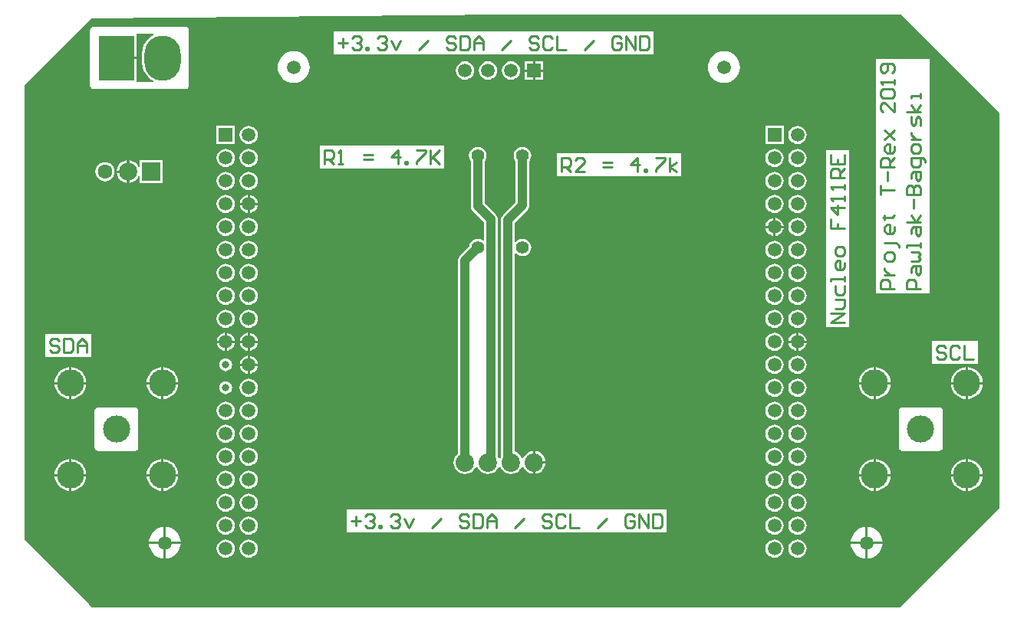
<source format=gtl>
G04 Layer_Physical_Order=1*
G04 Layer_Color=255*
%FSLAX42Y42*%
%MOMM*%
G71*
G01*
G75*
%ADD10C,1.00*%
%ADD11C,0.25*%
%ADD12C,2.03*%
%ADD13C,1.52*%
%ADD14C,1.40*%
%ADD15C,1.50*%
%ADD16R,1.50X1.50*%
%ADD17R,1.50X1.50*%
%ADD18C,0.80*%
%ADD19C,3.00*%
%ADD20O,4.00X5.00*%
%ADD21R,4.00X5.00*%
%ADD22C,1.60*%
%ADD23C,2.00*%
%ADD24R,2.00X2.00*%
G36*
X11571Y9010D02*
X12657Y7924D01*
Y3561D01*
X11558Y2463D01*
X2643D01*
X2617Y2488D01*
X1892Y3213D01*
Y8230D01*
X2634Y8971D01*
X7208Y9010D01*
X11571Y9010D01*
D02*
G37*
%LPC*%
G36*
X8838Y8826D02*
X5309D01*
Y8572D01*
X8838D01*
Y8826D01*
D02*
G37*
G36*
X7619Y8495D02*
X7531D01*
Y8407D01*
X7619D01*
Y8495D01*
D02*
G37*
G36*
X7506D02*
X7418D01*
Y8407D01*
X7506D01*
Y8495D01*
D02*
G37*
G36*
X7619Y8382D02*
X7531D01*
Y8294D01*
X7619D01*
Y8382D01*
D02*
G37*
G36*
X7506D02*
X7418D01*
Y8294D01*
X7506D01*
Y8382D01*
D02*
G37*
G36*
X7264Y8496D02*
X7238Y8493D01*
X7214Y8482D01*
X7193Y8466D01*
X7177Y8445D01*
X7167Y8421D01*
X7163Y8395D01*
X7167Y8368D01*
X7177Y8344D01*
X7193Y8323D01*
X7214Y8307D01*
X7238Y8297D01*
X7264Y8293D01*
X7291Y8297D01*
X7315Y8307D01*
X7336Y8323D01*
X7352Y8344D01*
X7362Y8368D01*
X7366Y8395D01*
X7362Y8421D01*
X7352Y8445D01*
X7336Y8466D01*
X7315Y8482D01*
X7291Y8493D01*
X7264Y8496D01*
D02*
G37*
G36*
X7010D02*
X6984Y8493D01*
X6960Y8482D01*
X6939Y8466D01*
X6923Y8445D01*
X6913Y8421D01*
X6909Y8395D01*
X6913Y8368D01*
X6923Y8344D01*
X6939Y8323D01*
X6960Y8307D01*
X6984Y8297D01*
X7010Y8293D01*
X7037Y8297D01*
X7061Y8307D01*
X7082Y8323D01*
X7098Y8344D01*
X7108Y8368D01*
X7112Y8395D01*
X7108Y8421D01*
X7098Y8445D01*
X7082Y8466D01*
X7061Y8482D01*
X7037Y8493D01*
X7010Y8496D01*
D02*
G37*
G36*
X6756D02*
X6730Y8493D01*
X6706Y8482D01*
X6685Y8466D01*
X6669Y8445D01*
X6659Y8421D01*
X6655Y8395D01*
X6659Y8368D01*
X6669Y8344D01*
X6685Y8323D01*
X6706Y8307D01*
X6730Y8297D01*
X6756Y8293D01*
X6783Y8297D01*
X6807Y8307D01*
X6828Y8323D01*
X6844Y8344D01*
X6854Y8368D01*
X6858Y8395D01*
X6854Y8421D01*
X6844Y8445D01*
X6828Y8466D01*
X6807Y8482D01*
X6783Y8493D01*
X6756Y8496D01*
D02*
G37*
G36*
X9614Y8609D02*
X9580Y8606D01*
X9546Y8596D01*
X9516Y8579D01*
X9489Y8557D01*
X9467Y8531D01*
X9451Y8500D01*
X9441Y8467D01*
X9438Y8433D01*
X9441Y8398D01*
X9451Y8365D01*
X9467Y8335D01*
X9489Y8308D01*
X9516Y8286D01*
X9546Y8270D01*
X9580Y8260D01*
X9614Y8257D01*
X9648Y8260D01*
X9681Y8270D01*
X9712Y8286D01*
X9739Y8308D01*
X9760Y8335D01*
X9777Y8365D01*
X9787Y8398D01*
X9790Y8433D01*
X9787Y8467D01*
X9777Y8500D01*
X9760Y8531D01*
X9739Y8557D01*
X9712Y8579D01*
X9681Y8596D01*
X9648Y8606D01*
X9614Y8609D01*
D02*
G37*
G36*
X4864D02*
X4830Y8606D01*
X4797Y8596D01*
X4766Y8579D01*
X4739Y8557D01*
X4718Y8531D01*
X4701Y8500D01*
X4691Y8467D01*
X4688Y8433D01*
X4691Y8398D01*
X4701Y8365D01*
X4718Y8335D01*
X4739Y8308D01*
X4766Y8286D01*
X4797Y8270D01*
X4830Y8260D01*
X4864Y8257D01*
X4898Y8260D01*
X4932Y8270D01*
X4962Y8286D01*
X4989Y8308D01*
X5011Y8335D01*
X5027Y8365D01*
X5037Y8398D01*
X5040Y8433D01*
X5037Y8467D01*
X5027Y8500D01*
X5011Y8531D01*
X4989Y8557D01*
X4962Y8579D01*
X4932Y8596D01*
X4898Y8606D01*
X4864Y8609D01*
D02*
G37*
G36*
X3670Y8878D02*
X2654D01*
X2639Y8875D01*
X2627Y8867D01*
X2618Y8854D01*
X2615Y8839D01*
Y8230D01*
X2618Y8215D01*
X2627Y8202D01*
X2639Y8194D01*
X2654Y8191D01*
X3670D01*
X3685Y8194D01*
X3698Y8202D01*
X3706Y8215D01*
X3709Y8230D01*
Y8839D01*
X3706Y8854D01*
X3698Y8867D01*
X3685Y8875D01*
X3670Y8878D01*
D02*
G37*
G36*
X10273Y7784D02*
X10072D01*
Y7583D01*
X10273D01*
Y7784D01*
D02*
G37*
G36*
X4215D02*
X4014D01*
Y7583D01*
X4215D01*
Y7784D01*
D02*
G37*
G36*
X10427Y7785D02*
X10400Y7781D01*
X10376Y7771D01*
X10355Y7755D01*
X10339Y7734D01*
X10329Y7710D01*
X10325Y7683D01*
X10329Y7657D01*
X10339Y7633D01*
X10355Y7612D01*
X10376Y7596D01*
X10400Y7586D01*
X10427Y7582D01*
X10453Y7586D01*
X10477Y7596D01*
X10498Y7612D01*
X10514Y7633D01*
X10525Y7657D01*
X10528Y7683D01*
X10525Y7710D01*
X10514Y7734D01*
X10498Y7755D01*
X10477Y7771D01*
X10453Y7781D01*
X10427Y7785D01*
D02*
G37*
G36*
X4369D02*
X4343Y7781D01*
X4318Y7771D01*
X4297Y7755D01*
X4281Y7734D01*
X4271Y7710D01*
X4268Y7683D01*
X4271Y7657D01*
X4281Y7633D01*
X4297Y7612D01*
X4318Y7596D01*
X4343Y7586D01*
X4369Y7582D01*
X4395Y7586D01*
X4419Y7596D01*
X4440Y7612D01*
X4456Y7633D01*
X4467Y7657D01*
X4470Y7683D01*
X4467Y7710D01*
X4456Y7734D01*
X4440Y7755D01*
X4419Y7771D01*
X4395Y7781D01*
X4369Y7785D01*
D02*
G37*
G36*
X3415Y7403D02*
X3164D01*
Y7331D01*
X3151Y7329D01*
X3146Y7340D01*
X3126Y7367D01*
X3100Y7387D01*
X3070Y7399D01*
X3050Y7402D01*
Y7277D01*
Y7152D01*
X3070Y7155D01*
X3100Y7168D01*
X3126Y7188D01*
X3146Y7214D01*
X3151Y7226D01*
X3164Y7223D01*
Y7152D01*
X3415D01*
Y7403D01*
D02*
G37*
G36*
X10427Y7531D02*
X10400Y7527D01*
X10376Y7517D01*
X10355Y7501D01*
X10339Y7480D01*
X10329Y7456D01*
X10325Y7429D01*
X10329Y7403D01*
X10339Y7379D01*
X10355Y7358D01*
X10376Y7342D01*
X10400Y7332D01*
X10427Y7328D01*
X10453Y7332D01*
X10477Y7342D01*
X10498Y7358D01*
X10514Y7379D01*
X10525Y7403D01*
X10528Y7429D01*
X10525Y7456D01*
X10514Y7480D01*
X10498Y7501D01*
X10477Y7517D01*
X10453Y7527D01*
X10427Y7531D01*
D02*
G37*
G36*
X10173D02*
X10146Y7527D01*
X10122Y7517D01*
X10101Y7501D01*
X10085Y7480D01*
X10075Y7456D01*
X10071Y7429D01*
X10075Y7403D01*
X10085Y7379D01*
X10101Y7358D01*
X10122Y7342D01*
X10146Y7332D01*
X10173Y7328D01*
X10199Y7332D01*
X10223Y7342D01*
X10244Y7358D01*
X10260Y7379D01*
X10271Y7403D01*
X10274Y7429D01*
X10271Y7456D01*
X10260Y7480D01*
X10244Y7501D01*
X10223Y7517D01*
X10199Y7527D01*
X10173Y7531D01*
D02*
G37*
G36*
X4369D02*
X4343Y7527D01*
X4318Y7517D01*
X4297Y7501D01*
X4281Y7480D01*
X4271Y7456D01*
X4268Y7429D01*
X4271Y7403D01*
X4281Y7379D01*
X4297Y7358D01*
X4318Y7342D01*
X4343Y7332D01*
X4369Y7328D01*
X4395Y7332D01*
X4419Y7342D01*
X4440Y7358D01*
X4456Y7379D01*
X4467Y7403D01*
X4470Y7429D01*
X4467Y7456D01*
X4456Y7480D01*
X4440Y7501D01*
X4419Y7517D01*
X4395Y7527D01*
X4369Y7531D01*
D02*
G37*
G36*
X4115D02*
X4089Y7527D01*
X4064Y7517D01*
X4043Y7501D01*
X4027Y7480D01*
X4017Y7456D01*
X4014Y7429D01*
X4017Y7403D01*
X4027Y7379D01*
X4043Y7358D01*
X4064Y7342D01*
X4089Y7332D01*
X4115Y7328D01*
X4141Y7332D01*
X4165Y7342D01*
X4186Y7358D01*
X4202Y7379D01*
X4213Y7403D01*
X4216Y7429D01*
X4213Y7456D01*
X4202Y7480D01*
X4186Y7501D01*
X4165Y7517D01*
X4141Y7527D01*
X4115Y7531D01*
D02*
G37*
G36*
X6527Y7569D02*
X5156D01*
Y7315D01*
X6527D01*
Y7569D01*
D02*
G37*
G36*
X3024Y7402D02*
X3004Y7399D01*
X2974Y7387D01*
X2947Y7367D01*
X2927Y7340D01*
X2915Y7310D01*
X2912Y7290D01*
X3024D01*
Y7402D01*
D02*
G37*
G36*
X9144Y7480D02*
X7772D01*
Y7226D01*
X9144D01*
Y7480D01*
D02*
G37*
G36*
X2782Y7383D02*
X2754Y7380D01*
X2729Y7369D01*
X2707Y7352D01*
X2690Y7330D01*
X2679Y7305D01*
X2675Y7277D01*
X2679Y7250D01*
X2690Y7224D01*
X2707Y7202D01*
X2729Y7185D01*
X2754Y7174D01*
X2782Y7171D01*
X2809Y7174D01*
X2835Y7185D01*
X2857Y7202D01*
X2874Y7224D01*
X2884Y7250D01*
X2888Y7277D01*
X2884Y7305D01*
X2874Y7330D01*
X2857Y7352D01*
X2835Y7369D01*
X2809Y7380D01*
X2782Y7383D01*
D02*
G37*
G36*
X3024Y7264D02*
X2912D01*
X2915Y7244D01*
X2927Y7214D01*
X2947Y7188D01*
X2974Y7168D01*
X3004Y7155D01*
X3024Y7152D01*
Y7264D01*
D02*
G37*
G36*
X10427Y7277D02*
X10400Y7273D01*
X10376Y7263D01*
X10355Y7247D01*
X10339Y7226D01*
X10329Y7202D01*
X10325Y7175D01*
X10329Y7149D01*
X10339Y7125D01*
X10355Y7104D01*
X10376Y7088D01*
X10400Y7078D01*
X10427Y7074D01*
X10453Y7078D01*
X10477Y7088D01*
X10498Y7104D01*
X10514Y7125D01*
X10525Y7149D01*
X10528Y7175D01*
X10525Y7202D01*
X10514Y7226D01*
X10498Y7247D01*
X10477Y7263D01*
X10453Y7273D01*
X10427Y7277D01*
D02*
G37*
G36*
X10173D02*
X10146Y7273D01*
X10122Y7263D01*
X10101Y7247D01*
X10085Y7226D01*
X10075Y7202D01*
X10071Y7175D01*
X10075Y7149D01*
X10085Y7125D01*
X10101Y7104D01*
X10122Y7088D01*
X10146Y7078D01*
X10173Y7074D01*
X10199Y7078D01*
X10223Y7088D01*
X10244Y7104D01*
X10260Y7125D01*
X10271Y7149D01*
X10274Y7175D01*
X10271Y7202D01*
X10260Y7226D01*
X10244Y7247D01*
X10223Y7263D01*
X10199Y7273D01*
X10173Y7277D01*
D02*
G37*
G36*
X4369D02*
X4343Y7273D01*
X4318Y7263D01*
X4297Y7247D01*
X4281Y7226D01*
X4271Y7202D01*
X4268Y7175D01*
X4271Y7149D01*
X4281Y7125D01*
X4297Y7104D01*
X4318Y7088D01*
X4343Y7078D01*
X4369Y7074D01*
X4395Y7078D01*
X4419Y7088D01*
X4440Y7104D01*
X4456Y7125D01*
X4467Y7149D01*
X4470Y7175D01*
X4467Y7202D01*
X4456Y7226D01*
X4440Y7247D01*
X4419Y7263D01*
X4395Y7273D01*
X4369Y7277D01*
D02*
G37*
G36*
X4115D02*
X4089Y7273D01*
X4064Y7263D01*
X4043Y7247D01*
X4027Y7226D01*
X4017Y7202D01*
X4014Y7175D01*
X4017Y7149D01*
X4027Y7125D01*
X4043Y7104D01*
X4064Y7088D01*
X4089Y7078D01*
X4115Y7074D01*
X4141Y7078D01*
X4165Y7088D01*
X4186Y7104D01*
X4202Y7125D01*
X4213Y7149D01*
X4216Y7175D01*
X4213Y7202D01*
X4202Y7226D01*
X4186Y7247D01*
X4165Y7263D01*
X4141Y7273D01*
X4115Y7277D01*
D02*
G37*
G36*
X4381Y7021D02*
Y6934D01*
X4468D01*
X4467Y6948D01*
X4456Y6972D01*
X4440Y6993D01*
X4419Y7009D01*
X4395Y7019D01*
X4381Y7021D01*
D02*
G37*
G36*
X4356D02*
X4343Y7019D01*
X4318Y7009D01*
X4297Y6993D01*
X4281Y6972D01*
X4271Y6948D01*
X4269Y6934D01*
X4356D01*
Y7021D01*
D02*
G37*
G36*
X4468Y6909D02*
X4381D01*
Y6822D01*
X4395Y6824D01*
X4419Y6834D01*
X4440Y6850D01*
X4456Y6871D01*
X4467Y6895D01*
X4468Y6909D01*
D02*
G37*
G36*
X4356D02*
X4269D01*
X4271Y6895D01*
X4281Y6871D01*
X4297Y6850D01*
X4318Y6834D01*
X4343Y6824D01*
X4356Y6822D01*
Y6909D01*
D02*
G37*
G36*
X10427Y7023D02*
X10400Y7019D01*
X10376Y7009D01*
X10355Y6993D01*
X10339Y6972D01*
X10329Y6948D01*
X10325Y6921D01*
X10329Y6895D01*
X10339Y6871D01*
X10355Y6850D01*
X10376Y6834D01*
X10400Y6824D01*
X10427Y6820D01*
X10453Y6824D01*
X10477Y6834D01*
X10498Y6850D01*
X10514Y6871D01*
X10525Y6895D01*
X10528Y6921D01*
X10525Y6948D01*
X10514Y6972D01*
X10498Y6993D01*
X10477Y7009D01*
X10453Y7019D01*
X10427Y7023D01*
D02*
G37*
G36*
X10173D02*
X10146Y7019D01*
X10122Y7009D01*
X10101Y6993D01*
X10085Y6972D01*
X10075Y6948D01*
X10071Y6921D01*
X10075Y6895D01*
X10085Y6871D01*
X10101Y6850D01*
X10122Y6834D01*
X10146Y6824D01*
X10173Y6820D01*
X10199Y6824D01*
X10223Y6834D01*
X10244Y6850D01*
X10260Y6871D01*
X10271Y6895D01*
X10274Y6921D01*
X10271Y6948D01*
X10260Y6972D01*
X10244Y6993D01*
X10223Y7009D01*
X10199Y7019D01*
X10173Y7023D01*
D02*
G37*
G36*
X4115D02*
X4089Y7019D01*
X4064Y7009D01*
X4043Y6993D01*
X4027Y6972D01*
X4017Y6948D01*
X4014Y6921D01*
X4017Y6895D01*
X4027Y6871D01*
X4043Y6850D01*
X4064Y6834D01*
X4089Y6824D01*
X4115Y6820D01*
X4141Y6824D01*
X4165Y6834D01*
X4186Y6850D01*
X4202Y6871D01*
X4213Y6895D01*
X4216Y6921D01*
X4213Y6948D01*
X4202Y6972D01*
X4186Y6993D01*
X4165Y7009D01*
X4141Y7019D01*
X4115Y7023D01*
D02*
G37*
G36*
X10185Y6767D02*
Y6680D01*
X10272D01*
X10271Y6694D01*
X10260Y6718D01*
X10244Y6739D01*
X10223Y6755D01*
X10199Y6765D01*
X10185Y6767D01*
D02*
G37*
G36*
X10160D02*
X10146Y6765D01*
X10122Y6755D01*
X10101Y6739D01*
X10085Y6718D01*
X10075Y6694D01*
X10073Y6680D01*
X10160D01*
Y6767D01*
D02*
G37*
G36*
X10272Y6655D02*
X10185D01*
Y6568D01*
X10199Y6570D01*
X10223Y6580D01*
X10244Y6596D01*
X10260Y6617D01*
X10271Y6641D01*
X10272Y6655D01*
D02*
G37*
G36*
X10160D02*
X10073D01*
X10075Y6641D01*
X10085Y6617D01*
X10101Y6596D01*
X10122Y6580D01*
X10146Y6570D01*
X10160Y6568D01*
Y6655D01*
D02*
G37*
G36*
X10427Y6769D02*
X10400Y6765D01*
X10376Y6755D01*
X10355Y6739D01*
X10339Y6718D01*
X10329Y6694D01*
X10325Y6668D01*
X10329Y6641D01*
X10339Y6617D01*
X10355Y6596D01*
X10376Y6580D01*
X10400Y6570D01*
X10427Y6566D01*
X10453Y6570D01*
X10477Y6580D01*
X10498Y6596D01*
X10514Y6617D01*
X10525Y6641D01*
X10528Y6668D01*
X10525Y6694D01*
X10514Y6718D01*
X10498Y6739D01*
X10477Y6755D01*
X10453Y6765D01*
X10427Y6769D01*
D02*
G37*
G36*
X4369D02*
X4343Y6765D01*
X4318Y6755D01*
X4297Y6739D01*
X4281Y6718D01*
X4271Y6694D01*
X4268Y6668D01*
X4271Y6641D01*
X4281Y6617D01*
X4297Y6596D01*
X4318Y6580D01*
X4343Y6570D01*
X4369Y6566D01*
X4395Y6570D01*
X4419Y6580D01*
X4440Y6596D01*
X4456Y6617D01*
X4467Y6641D01*
X4470Y6668D01*
X4467Y6694D01*
X4456Y6718D01*
X4440Y6739D01*
X4419Y6755D01*
X4395Y6765D01*
X4369Y6769D01*
D02*
G37*
G36*
X4115D02*
X4089Y6765D01*
X4064Y6755D01*
X4043Y6739D01*
X4027Y6718D01*
X4017Y6694D01*
X4014Y6668D01*
X4017Y6641D01*
X4027Y6617D01*
X4043Y6596D01*
X4064Y6580D01*
X4089Y6570D01*
X4115Y6566D01*
X4141Y6570D01*
X4165Y6580D01*
X4186Y6596D01*
X4202Y6617D01*
X4213Y6641D01*
X4216Y6668D01*
X4213Y6694D01*
X4202Y6718D01*
X4186Y6739D01*
X4165Y6755D01*
X4141Y6765D01*
X4115Y6769D01*
D02*
G37*
G36*
X10427Y6515D02*
X10400Y6511D01*
X10376Y6501D01*
X10355Y6485D01*
X10339Y6464D01*
X10329Y6440D01*
X10325Y6414D01*
X10329Y6387D01*
X10339Y6363D01*
X10355Y6342D01*
X10376Y6326D01*
X10400Y6316D01*
X10427Y6312D01*
X10453Y6316D01*
X10477Y6326D01*
X10498Y6342D01*
X10514Y6363D01*
X10525Y6387D01*
X10528Y6414D01*
X10525Y6440D01*
X10514Y6464D01*
X10498Y6485D01*
X10477Y6501D01*
X10453Y6511D01*
X10427Y6515D01*
D02*
G37*
G36*
X10173D02*
X10146Y6511D01*
X10122Y6501D01*
X10101Y6485D01*
X10085Y6464D01*
X10075Y6440D01*
X10071Y6414D01*
X10075Y6387D01*
X10085Y6363D01*
X10101Y6342D01*
X10122Y6326D01*
X10146Y6316D01*
X10173Y6312D01*
X10199Y6316D01*
X10223Y6326D01*
X10244Y6342D01*
X10260Y6363D01*
X10271Y6387D01*
X10274Y6414D01*
X10271Y6440D01*
X10260Y6464D01*
X10244Y6485D01*
X10223Y6501D01*
X10199Y6511D01*
X10173Y6515D01*
D02*
G37*
G36*
X4369D02*
X4343Y6511D01*
X4318Y6501D01*
X4297Y6485D01*
X4281Y6464D01*
X4271Y6440D01*
X4268Y6414D01*
X4271Y6387D01*
X4281Y6363D01*
X4297Y6342D01*
X4318Y6326D01*
X4343Y6316D01*
X4369Y6312D01*
X4395Y6316D01*
X4419Y6326D01*
X4440Y6342D01*
X4456Y6363D01*
X4467Y6387D01*
X4470Y6414D01*
X4467Y6440D01*
X4456Y6464D01*
X4440Y6485D01*
X4419Y6501D01*
X4395Y6511D01*
X4369Y6515D01*
D02*
G37*
G36*
X4115D02*
X4089Y6511D01*
X4064Y6501D01*
X4043Y6485D01*
X4027Y6464D01*
X4017Y6440D01*
X4014Y6414D01*
X4017Y6387D01*
X4027Y6363D01*
X4043Y6342D01*
X4064Y6326D01*
X4089Y6316D01*
X4115Y6312D01*
X4141Y6316D01*
X4165Y6326D01*
X4186Y6342D01*
X4202Y6363D01*
X4213Y6387D01*
X4216Y6414D01*
X4213Y6440D01*
X4202Y6464D01*
X4186Y6485D01*
X4165Y6501D01*
X4141Y6511D01*
X4115Y6515D01*
D02*
G37*
G36*
X10427Y6261D02*
X10400Y6257D01*
X10376Y6247D01*
X10355Y6231D01*
X10339Y6210D01*
X10329Y6186D01*
X10325Y6160D01*
X10329Y6133D01*
X10339Y6109D01*
X10355Y6088D01*
X10376Y6072D01*
X10400Y6062D01*
X10427Y6058D01*
X10453Y6062D01*
X10477Y6072D01*
X10498Y6088D01*
X10514Y6109D01*
X10525Y6133D01*
X10528Y6160D01*
X10525Y6186D01*
X10514Y6210D01*
X10498Y6231D01*
X10477Y6247D01*
X10453Y6257D01*
X10427Y6261D01*
D02*
G37*
G36*
X10173D02*
X10146Y6257D01*
X10122Y6247D01*
X10101Y6231D01*
X10085Y6210D01*
X10075Y6186D01*
X10071Y6160D01*
X10075Y6133D01*
X10085Y6109D01*
X10101Y6088D01*
X10122Y6072D01*
X10146Y6062D01*
X10173Y6058D01*
X10199Y6062D01*
X10223Y6072D01*
X10244Y6088D01*
X10260Y6109D01*
X10271Y6133D01*
X10274Y6160D01*
X10271Y6186D01*
X10260Y6210D01*
X10244Y6231D01*
X10223Y6247D01*
X10199Y6257D01*
X10173Y6261D01*
D02*
G37*
G36*
X4369D02*
X4343Y6257D01*
X4318Y6247D01*
X4297Y6231D01*
X4281Y6210D01*
X4271Y6186D01*
X4268Y6160D01*
X4271Y6133D01*
X4281Y6109D01*
X4297Y6088D01*
X4318Y6072D01*
X4343Y6062D01*
X4369Y6058D01*
X4395Y6062D01*
X4419Y6072D01*
X4440Y6088D01*
X4456Y6109D01*
X4467Y6133D01*
X4470Y6160D01*
X4467Y6186D01*
X4456Y6210D01*
X4440Y6231D01*
X4419Y6247D01*
X4395Y6257D01*
X4369Y6261D01*
D02*
G37*
G36*
X4115D02*
X4089Y6257D01*
X4064Y6247D01*
X4043Y6231D01*
X4027Y6210D01*
X4017Y6186D01*
X4014Y6160D01*
X4017Y6133D01*
X4027Y6109D01*
X4043Y6088D01*
X4064Y6072D01*
X4089Y6062D01*
X4115Y6058D01*
X4141Y6062D01*
X4165Y6072D01*
X4186Y6088D01*
X4202Y6109D01*
X4213Y6133D01*
X4216Y6160D01*
X4213Y6186D01*
X4202Y6210D01*
X4186Y6231D01*
X4165Y6247D01*
X4141Y6257D01*
X4115Y6261D01*
D02*
G37*
G36*
X11887Y8521D02*
X11288D01*
Y5931D01*
X11887D01*
Y8521D01*
D02*
G37*
G36*
X10427Y6007D02*
X10400Y6003D01*
X10376Y5993D01*
X10355Y5977D01*
X10339Y5956D01*
X10329Y5932D01*
X10325Y5906D01*
X10329Y5879D01*
X10339Y5855D01*
X10355Y5834D01*
X10376Y5818D01*
X10400Y5808D01*
X10427Y5804D01*
X10453Y5808D01*
X10477Y5818D01*
X10498Y5834D01*
X10514Y5855D01*
X10525Y5879D01*
X10528Y5906D01*
X10525Y5932D01*
X10514Y5956D01*
X10498Y5977D01*
X10477Y5993D01*
X10453Y6003D01*
X10427Y6007D01*
D02*
G37*
G36*
X10173D02*
X10146Y6003D01*
X10122Y5993D01*
X10101Y5977D01*
X10085Y5956D01*
X10075Y5932D01*
X10071Y5906D01*
X10075Y5879D01*
X10085Y5855D01*
X10101Y5834D01*
X10122Y5818D01*
X10146Y5808D01*
X10173Y5804D01*
X10199Y5808D01*
X10223Y5818D01*
X10244Y5834D01*
X10260Y5855D01*
X10271Y5879D01*
X10274Y5906D01*
X10271Y5932D01*
X10260Y5956D01*
X10244Y5977D01*
X10223Y5993D01*
X10199Y6003D01*
X10173Y6007D01*
D02*
G37*
G36*
X4369D02*
X4343Y6003D01*
X4318Y5993D01*
X4297Y5977D01*
X4281Y5956D01*
X4271Y5932D01*
X4268Y5906D01*
X4271Y5879D01*
X4281Y5855D01*
X4297Y5834D01*
X4318Y5818D01*
X4343Y5808D01*
X4369Y5804D01*
X4395Y5808D01*
X4419Y5818D01*
X4440Y5834D01*
X4456Y5855D01*
X4467Y5879D01*
X4470Y5906D01*
X4467Y5932D01*
X4456Y5956D01*
X4440Y5977D01*
X4419Y5993D01*
X4395Y6003D01*
X4369Y6007D01*
D02*
G37*
G36*
X4115D02*
X4089Y6003D01*
X4064Y5993D01*
X4043Y5977D01*
X4027Y5956D01*
X4017Y5932D01*
X4014Y5906D01*
X4017Y5879D01*
X4027Y5855D01*
X4043Y5834D01*
X4064Y5818D01*
X4089Y5808D01*
X4115Y5804D01*
X4141Y5808D01*
X4165Y5818D01*
X4186Y5834D01*
X4202Y5855D01*
X4213Y5879D01*
X4216Y5906D01*
X4213Y5932D01*
X4202Y5956D01*
X4186Y5977D01*
X4165Y5993D01*
X4141Y6003D01*
X4115Y6007D01*
D02*
G37*
G36*
X10998Y7518D02*
X10744D01*
Y5563D01*
X10998D01*
Y7518D01*
D02*
G37*
G36*
X10427Y5753D02*
X10400Y5749D01*
X10376Y5739D01*
X10355Y5723D01*
X10339Y5702D01*
X10329Y5678D01*
X10325Y5651D01*
X10329Y5625D01*
X10339Y5601D01*
X10355Y5580D01*
X10376Y5564D01*
X10400Y5554D01*
X10427Y5550D01*
X10453Y5554D01*
X10477Y5564D01*
X10498Y5580D01*
X10514Y5601D01*
X10525Y5625D01*
X10528Y5651D01*
X10525Y5678D01*
X10514Y5702D01*
X10498Y5723D01*
X10477Y5739D01*
X10453Y5749D01*
X10427Y5753D01*
D02*
G37*
G36*
X10173D02*
X10146Y5749D01*
X10122Y5739D01*
X10101Y5723D01*
X10085Y5702D01*
X10075Y5678D01*
X10071Y5651D01*
X10075Y5625D01*
X10085Y5601D01*
X10101Y5580D01*
X10122Y5564D01*
X10146Y5554D01*
X10173Y5550D01*
X10199Y5554D01*
X10223Y5564D01*
X10244Y5580D01*
X10260Y5601D01*
X10271Y5625D01*
X10274Y5651D01*
X10271Y5678D01*
X10260Y5702D01*
X10244Y5723D01*
X10223Y5739D01*
X10199Y5749D01*
X10173Y5753D01*
D02*
G37*
G36*
X4369D02*
X4343Y5749D01*
X4318Y5739D01*
X4297Y5723D01*
X4281Y5702D01*
X4271Y5678D01*
X4268Y5651D01*
X4271Y5625D01*
X4281Y5601D01*
X4297Y5580D01*
X4318Y5564D01*
X4343Y5554D01*
X4369Y5550D01*
X4395Y5554D01*
X4419Y5564D01*
X4440Y5580D01*
X4456Y5601D01*
X4467Y5625D01*
X4470Y5651D01*
X4467Y5678D01*
X4456Y5702D01*
X4440Y5723D01*
X4419Y5739D01*
X4395Y5749D01*
X4369Y5753D01*
D02*
G37*
G36*
X4115D02*
X4089Y5749D01*
X4064Y5739D01*
X4043Y5723D01*
X4027Y5702D01*
X4017Y5678D01*
X4014Y5651D01*
X4017Y5625D01*
X4027Y5601D01*
X4043Y5580D01*
X4064Y5564D01*
X4089Y5554D01*
X4115Y5550D01*
X4141Y5554D01*
X4165Y5564D01*
X4186Y5580D01*
X4202Y5601D01*
X4213Y5625D01*
X4216Y5651D01*
X4213Y5678D01*
X4202Y5702D01*
X4186Y5723D01*
X4165Y5739D01*
X4141Y5749D01*
X4115Y5753D01*
D02*
G37*
G36*
X4381Y5497D02*
Y5410D01*
X4468D01*
X4467Y5424D01*
X4456Y5448D01*
X4440Y5469D01*
X4419Y5485D01*
X4395Y5495D01*
X4381Y5497D01*
D02*
G37*
G36*
X10439D02*
Y5410D01*
X10526D01*
X10525Y5424D01*
X10514Y5448D01*
X10498Y5469D01*
X10477Y5485D01*
X10453Y5495D01*
X10439Y5497D01*
D02*
G37*
G36*
X4128D02*
Y5410D01*
X4214D01*
X4213Y5424D01*
X4202Y5448D01*
X4186Y5469D01*
X4165Y5485D01*
X4141Y5495D01*
X4128Y5497D01*
D02*
G37*
G36*
X4356D02*
X4343Y5495D01*
X4318Y5485D01*
X4297Y5469D01*
X4281Y5448D01*
X4271Y5424D01*
X4269Y5410D01*
X4356D01*
Y5497D01*
D02*
G37*
G36*
X10414D02*
X10400Y5495D01*
X10376Y5485D01*
X10355Y5469D01*
X10339Y5448D01*
X10329Y5424D01*
X10327Y5410D01*
X10414D01*
Y5497D01*
D02*
G37*
G36*
X4102D02*
X4089Y5495D01*
X4064Y5485D01*
X4043Y5469D01*
X4027Y5448D01*
X4017Y5424D01*
X4015Y5410D01*
X4102D01*
Y5497D01*
D02*
G37*
G36*
X10526Y5385D02*
X10439D01*
Y5298D01*
X10453Y5300D01*
X10477Y5310D01*
X10498Y5326D01*
X10514Y5347D01*
X10525Y5371D01*
X10526Y5385D01*
D02*
G37*
G36*
X4468D02*
X4381D01*
Y5298D01*
X4395Y5300D01*
X4419Y5310D01*
X4440Y5326D01*
X4456Y5347D01*
X4467Y5371D01*
X4468Y5385D01*
D02*
G37*
G36*
X4214D02*
X4128D01*
Y5298D01*
X4141Y5300D01*
X4165Y5310D01*
X4186Y5326D01*
X4202Y5347D01*
X4213Y5371D01*
X4214Y5385D01*
D02*
G37*
G36*
X10414D02*
X10327D01*
X10329Y5371D01*
X10339Y5347D01*
X10355Y5326D01*
X10376Y5310D01*
X10400Y5300D01*
X10414Y5298D01*
Y5385D01*
D02*
G37*
G36*
X4356D02*
X4269D01*
X4271Y5371D01*
X4281Y5347D01*
X4297Y5326D01*
X4318Y5310D01*
X4343Y5300D01*
X4356Y5298D01*
Y5385D01*
D02*
G37*
G36*
X4102D02*
X4015D01*
X4017Y5371D01*
X4027Y5347D01*
X4043Y5326D01*
X4064Y5310D01*
X4089Y5300D01*
X4102Y5298D01*
Y5385D01*
D02*
G37*
G36*
X10173Y5499D02*
X10146Y5495D01*
X10122Y5485D01*
X10101Y5469D01*
X10085Y5448D01*
X10075Y5424D01*
X10071Y5397D01*
X10075Y5371D01*
X10085Y5347D01*
X10101Y5326D01*
X10122Y5310D01*
X10146Y5300D01*
X10173Y5296D01*
X10199Y5300D01*
X10223Y5310D01*
X10244Y5326D01*
X10260Y5347D01*
X10271Y5371D01*
X10274Y5397D01*
X10271Y5424D01*
X10260Y5448D01*
X10244Y5469D01*
X10223Y5485D01*
X10199Y5495D01*
X10173Y5499D01*
D02*
G37*
G36*
X2629Y5486D02*
X2121D01*
Y5232D01*
X2629D01*
Y5486D01*
D02*
G37*
G36*
X4381Y5243D02*
Y5156D01*
X4468D01*
X4467Y5170D01*
X4456Y5194D01*
X4440Y5215D01*
X4419Y5231D01*
X4395Y5241D01*
X4381Y5243D01*
D02*
G37*
G36*
X12420Y5410D02*
X11913D01*
Y5156D01*
X12420D01*
Y5410D01*
D02*
G37*
G36*
X4356Y5243D02*
X4343Y5241D01*
X4318Y5231D01*
X4297Y5215D01*
X4281Y5194D01*
X4271Y5170D01*
X4269Y5156D01*
X4356D01*
Y5243D01*
D02*
G37*
G36*
X4115Y5215D02*
X4096Y5212D01*
X4079Y5205D01*
X4065Y5194D01*
X4053Y5179D01*
X4046Y5162D01*
X4044Y5144D01*
X4046Y5125D01*
X4053Y5108D01*
X4065Y5093D01*
X4079Y5082D01*
X4096Y5075D01*
X4115Y5072D01*
X4133Y5075D01*
X4150Y5082D01*
X4165Y5093D01*
X4176Y5108D01*
X4183Y5125D01*
X4186Y5144D01*
X4183Y5162D01*
X4176Y5179D01*
X4165Y5194D01*
X4150Y5205D01*
X4133Y5212D01*
X4115Y5215D01*
D02*
G37*
G36*
X4468Y5131D02*
X4381D01*
Y5044D01*
X4395Y5046D01*
X4419Y5056D01*
X4440Y5072D01*
X4456Y5093D01*
X4467Y5117D01*
X4468Y5131D01*
D02*
G37*
G36*
X4356D02*
X4269D01*
X4271Y5117D01*
X4281Y5093D01*
X4297Y5072D01*
X4318Y5056D01*
X4343Y5046D01*
X4356Y5044D01*
Y5131D01*
D02*
G37*
G36*
X10427Y5245D02*
X10400Y5241D01*
X10376Y5231D01*
X10355Y5215D01*
X10339Y5194D01*
X10329Y5170D01*
X10325Y5144D01*
X10329Y5117D01*
X10339Y5093D01*
X10355Y5072D01*
X10376Y5056D01*
X10400Y5046D01*
X10427Y5042D01*
X10453Y5046D01*
X10477Y5056D01*
X10498Y5072D01*
X10514Y5093D01*
X10525Y5117D01*
X10528Y5144D01*
X10525Y5170D01*
X10514Y5194D01*
X10498Y5215D01*
X10477Y5231D01*
X10453Y5241D01*
X10427Y5245D01*
D02*
G37*
G36*
X10173D02*
X10146Y5241D01*
X10122Y5231D01*
X10101Y5215D01*
X10085Y5194D01*
X10075Y5170D01*
X10071Y5144D01*
X10075Y5117D01*
X10085Y5093D01*
X10101Y5072D01*
X10122Y5056D01*
X10146Y5046D01*
X10173Y5042D01*
X10199Y5046D01*
X10223Y5056D01*
X10244Y5072D01*
X10260Y5093D01*
X10271Y5117D01*
X10274Y5144D01*
X10271Y5170D01*
X10260Y5194D01*
X10244Y5215D01*
X10223Y5231D01*
X10199Y5241D01*
X10173Y5245D01*
D02*
G37*
G36*
X12306Y5115D02*
Y4953D01*
X12469D01*
X12466Y4975D01*
X12456Y5008D01*
X12440Y5038D01*
X12418Y5065D01*
X12392Y5087D01*
X12361Y5103D01*
X12328Y5113D01*
X12306Y5115D01*
D02*
G37*
G36*
X11290D02*
Y4953D01*
X11453D01*
X11450Y4975D01*
X11440Y5008D01*
X11424Y5038D01*
X11402Y5065D01*
X11376Y5087D01*
X11345Y5103D01*
X11312Y5113D01*
X11290Y5115D01*
D02*
G37*
G36*
X3429D02*
Y4953D01*
X3591D01*
X3589Y4975D01*
X3579Y5008D01*
X3563Y5038D01*
X3541Y5065D01*
X3514Y5087D01*
X3484Y5103D01*
X3451Y5113D01*
X3429Y5115D01*
D02*
G37*
G36*
X2413D02*
Y4953D01*
X2575D01*
X2573Y4975D01*
X2563Y5008D01*
X2547Y5038D01*
X2525Y5065D01*
X2498Y5087D01*
X2468Y5103D01*
X2435Y5113D01*
X2413Y5115D01*
D02*
G37*
G36*
X3404D02*
X3382Y5113D01*
X3349Y5103D01*
X3318Y5087D01*
X3292Y5065D01*
X3270Y5038D01*
X3253Y5008D01*
X3243Y4975D01*
X3241Y4953D01*
X3404D01*
Y5115D01*
D02*
G37*
G36*
X2388D02*
X2366Y5113D01*
X2333Y5103D01*
X2302Y5087D01*
X2276Y5065D01*
X2254Y5038D01*
X2237Y5008D01*
X2227Y4975D01*
X2225Y4953D01*
X2388D01*
Y5115D01*
D02*
G37*
G36*
X12281D02*
X12259Y5113D01*
X12226Y5103D01*
X12196Y5087D01*
X12169Y5065D01*
X12147Y5038D01*
X12131Y5008D01*
X12121Y4975D01*
X12119Y4953D01*
X12281D01*
Y5115D01*
D02*
G37*
G36*
X11265D02*
X11243Y5113D01*
X11210Y5103D01*
X11180Y5087D01*
X11153Y5065D01*
X11131Y5038D01*
X11115Y5008D01*
X11105Y4975D01*
X11103Y4953D01*
X11265D01*
Y5115D01*
D02*
G37*
G36*
X4115Y4961D02*
X4096Y4958D01*
X4079Y4951D01*
X4065Y4940D01*
X4053Y4925D01*
X4046Y4908D01*
X4044Y4890D01*
X4046Y4871D01*
X4053Y4854D01*
X4065Y4839D01*
X4079Y4828D01*
X4096Y4821D01*
X4115Y4818D01*
X4133Y4821D01*
X4150Y4828D01*
X4165Y4839D01*
X4176Y4854D01*
X4183Y4871D01*
X4186Y4890D01*
X4183Y4908D01*
X4176Y4925D01*
X4165Y4940D01*
X4150Y4951D01*
X4133Y4958D01*
X4115Y4961D01*
D02*
G37*
G36*
X10427Y4991D02*
X10400Y4987D01*
X10376Y4977D01*
X10355Y4961D01*
X10339Y4940D01*
X10329Y4916D01*
X10325Y4890D01*
X10329Y4863D01*
X10339Y4839D01*
X10355Y4818D01*
X10376Y4802D01*
X10400Y4792D01*
X10427Y4788D01*
X10453Y4792D01*
X10477Y4802D01*
X10498Y4818D01*
X10514Y4839D01*
X10525Y4863D01*
X10528Y4890D01*
X10525Y4916D01*
X10514Y4940D01*
X10498Y4961D01*
X10477Y4977D01*
X10453Y4987D01*
X10427Y4991D01*
D02*
G37*
G36*
X10173D02*
X10146Y4987D01*
X10122Y4977D01*
X10101Y4961D01*
X10085Y4940D01*
X10075Y4916D01*
X10071Y4890D01*
X10075Y4863D01*
X10085Y4839D01*
X10101Y4818D01*
X10122Y4802D01*
X10146Y4792D01*
X10173Y4788D01*
X10199Y4792D01*
X10223Y4802D01*
X10244Y4818D01*
X10260Y4839D01*
X10271Y4863D01*
X10274Y4890D01*
X10271Y4916D01*
X10260Y4940D01*
X10244Y4961D01*
X10223Y4977D01*
X10199Y4987D01*
X10173Y4991D01*
D02*
G37*
G36*
X4369D02*
X4343Y4987D01*
X4318Y4977D01*
X4297Y4961D01*
X4281Y4940D01*
X4271Y4916D01*
X4268Y4890D01*
X4271Y4863D01*
X4281Y4839D01*
X4297Y4818D01*
X4318Y4802D01*
X4343Y4792D01*
X4369Y4788D01*
X4395Y4792D01*
X4419Y4802D01*
X4440Y4818D01*
X4456Y4839D01*
X4467Y4863D01*
X4470Y4890D01*
X4467Y4916D01*
X4456Y4940D01*
X4440Y4961D01*
X4419Y4977D01*
X4395Y4987D01*
X4369Y4991D01*
D02*
G37*
G36*
X12469Y4928D02*
X12306D01*
Y4765D01*
X12328Y4767D01*
X12361Y4777D01*
X12392Y4794D01*
X12418Y4816D01*
X12440Y4842D01*
X12456Y4873D01*
X12466Y4906D01*
X12469Y4928D01*
D02*
G37*
G36*
X11453D02*
X11290D01*
Y4765D01*
X11312Y4767D01*
X11345Y4777D01*
X11376Y4794D01*
X11402Y4816D01*
X11424Y4842D01*
X11440Y4873D01*
X11450Y4906D01*
X11453Y4928D01*
D02*
G37*
G36*
X3591D02*
X3429D01*
Y4765D01*
X3451Y4767D01*
X3484Y4777D01*
X3514Y4794D01*
X3541Y4816D01*
X3563Y4842D01*
X3579Y4873D01*
X3589Y4906D01*
X3591Y4928D01*
D02*
G37*
G36*
X2575D02*
X2413D01*
Y4765D01*
X2435Y4767D01*
X2468Y4777D01*
X2498Y4794D01*
X2525Y4816D01*
X2547Y4842D01*
X2563Y4873D01*
X2573Y4906D01*
X2575Y4928D01*
D02*
G37*
G36*
X3404D02*
X3241D01*
X3243Y4906D01*
X3253Y4873D01*
X3270Y4842D01*
X3292Y4816D01*
X3318Y4794D01*
X3349Y4777D01*
X3382Y4767D01*
X3404Y4765D01*
Y4928D01*
D02*
G37*
G36*
X2388D02*
X2225D01*
X2227Y4906D01*
X2237Y4873D01*
X2254Y4842D01*
X2276Y4816D01*
X2302Y4794D01*
X2333Y4777D01*
X2366Y4767D01*
X2388Y4765D01*
Y4928D01*
D02*
G37*
G36*
X12281D02*
X12119D01*
X12121Y4906D01*
X12131Y4873D01*
X12147Y4842D01*
X12169Y4816D01*
X12196Y4794D01*
X12226Y4777D01*
X12259Y4767D01*
X12281Y4765D01*
Y4928D01*
D02*
G37*
G36*
X11265D02*
X11103D01*
X11105Y4906D01*
X11115Y4873D01*
X11131Y4842D01*
X11153Y4816D01*
X11180Y4794D01*
X11210Y4777D01*
X11243Y4767D01*
X11265Y4765D01*
Y4928D01*
D02*
G37*
G36*
X10427Y4737D02*
X10400Y4733D01*
X10376Y4723D01*
X10355Y4707D01*
X10339Y4686D01*
X10329Y4662D01*
X10325Y4635D01*
X10329Y4609D01*
X10339Y4585D01*
X10355Y4564D01*
X10376Y4548D01*
X10400Y4538D01*
X10427Y4534D01*
X10453Y4538D01*
X10477Y4548D01*
X10498Y4564D01*
X10514Y4585D01*
X10525Y4609D01*
X10528Y4635D01*
X10525Y4662D01*
X10514Y4686D01*
X10498Y4707D01*
X10477Y4723D01*
X10453Y4733D01*
X10427Y4737D01*
D02*
G37*
G36*
X10173D02*
X10146Y4733D01*
X10122Y4723D01*
X10101Y4707D01*
X10085Y4686D01*
X10075Y4662D01*
X10071Y4635D01*
X10075Y4609D01*
X10085Y4585D01*
X10101Y4564D01*
X10122Y4548D01*
X10146Y4538D01*
X10173Y4534D01*
X10199Y4538D01*
X10223Y4548D01*
X10244Y4564D01*
X10260Y4585D01*
X10271Y4609D01*
X10274Y4635D01*
X10271Y4662D01*
X10260Y4686D01*
X10244Y4707D01*
X10223Y4723D01*
X10199Y4733D01*
X10173Y4737D01*
D02*
G37*
G36*
X4369D02*
X4343Y4733D01*
X4318Y4723D01*
X4297Y4707D01*
X4281Y4686D01*
X4271Y4662D01*
X4268Y4635D01*
X4271Y4609D01*
X4281Y4585D01*
X4297Y4564D01*
X4318Y4548D01*
X4343Y4538D01*
X4369Y4534D01*
X4395Y4538D01*
X4419Y4548D01*
X4440Y4564D01*
X4456Y4585D01*
X4467Y4609D01*
X4470Y4635D01*
X4467Y4662D01*
X4456Y4686D01*
X4440Y4707D01*
X4419Y4723D01*
X4395Y4733D01*
X4369Y4737D01*
D02*
G37*
G36*
X4115D02*
X4089Y4733D01*
X4064Y4723D01*
X4043Y4707D01*
X4027Y4686D01*
X4017Y4662D01*
X4014Y4635D01*
X4017Y4609D01*
X4027Y4585D01*
X4043Y4564D01*
X4064Y4548D01*
X4089Y4538D01*
X4115Y4534D01*
X4141Y4538D01*
X4165Y4548D01*
X4186Y4564D01*
X4202Y4585D01*
X4213Y4609D01*
X4216Y4635D01*
X4213Y4662D01*
X4202Y4686D01*
X4186Y4707D01*
X4165Y4723D01*
X4141Y4733D01*
X4115Y4737D01*
D02*
G37*
G36*
X10427Y4483D02*
X10400Y4479D01*
X10376Y4469D01*
X10355Y4453D01*
X10339Y4432D01*
X10329Y4408D01*
X10325Y4381D01*
X10329Y4355D01*
X10339Y4331D01*
X10355Y4310D01*
X10376Y4294D01*
X10400Y4284D01*
X10427Y4280D01*
X10453Y4284D01*
X10477Y4294D01*
X10498Y4310D01*
X10514Y4331D01*
X10525Y4355D01*
X10528Y4381D01*
X10525Y4408D01*
X10514Y4432D01*
X10498Y4453D01*
X10477Y4469D01*
X10453Y4479D01*
X10427Y4483D01*
D02*
G37*
G36*
X10173D02*
X10146Y4479D01*
X10122Y4469D01*
X10101Y4453D01*
X10085Y4432D01*
X10075Y4408D01*
X10071Y4381D01*
X10075Y4355D01*
X10085Y4331D01*
X10101Y4310D01*
X10122Y4294D01*
X10146Y4284D01*
X10173Y4280D01*
X10199Y4284D01*
X10223Y4294D01*
X10244Y4310D01*
X10260Y4331D01*
X10271Y4355D01*
X10274Y4381D01*
X10271Y4408D01*
X10260Y4432D01*
X10244Y4453D01*
X10223Y4469D01*
X10199Y4479D01*
X10173Y4483D01*
D02*
G37*
G36*
X4369D02*
X4343Y4479D01*
X4318Y4469D01*
X4297Y4453D01*
X4281Y4432D01*
X4271Y4408D01*
X4268Y4381D01*
X4271Y4355D01*
X4281Y4331D01*
X4297Y4310D01*
X4318Y4294D01*
X4343Y4284D01*
X4369Y4280D01*
X4395Y4284D01*
X4419Y4294D01*
X4440Y4310D01*
X4456Y4331D01*
X4467Y4355D01*
X4470Y4381D01*
X4467Y4408D01*
X4456Y4432D01*
X4440Y4453D01*
X4419Y4469D01*
X4395Y4479D01*
X4369Y4483D01*
D02*
G37*
G36*
X4115D02*
X4089Y4479D01*
X4064Y4469D01*
X4043Y4453D01*
X4027Y4432D01*
X4017Y4408D01*
X4014Y4381D01*
X4017Y4355D01*
X4027Y4331D01*
X4043Y4310D01*
X4064Y4294D01*
X4089Y4284D01*
X4115Y4280D01*
X4141Y4284D01*
X4165Y4294D01*
X4186Y4310D01*
X4202Y4331D01*
X4213Y4355D01*
X4216Y4381D01*
X4213Y4408D01*
X4202Y4432D01*
X4186Y4453D01*
X4165Y4469D01*
X4141Y4479D01*
X4115Y4483D01*
D02*
G37*
G36*
X11786Y4675D02*
X11781Y4674D01*
X11582D01*
X11568Y4671D01*
X11555Y4663D01*
X11547Y4650D01*
X11544Y4635D01*
Y4437D01*
X11543Y4432D01*
X11544Y4428D01*
Y4229D01*
X11547Y4214D01*
X11555Y4202D01*
X11568Y4193D01*
X11582Y4190D01*
X11781D01*
X11786Y4190D01*
X11790Y4190D01*
X11989D01*
X12004Y4193D01*
X12016Y4202D01*
X12025Y4214D01*
X12028Y4229D01*
Y4428D01*
X12028Y4432D01*
X12028Y4437D01*
Y4635D01*
X12025Y4650D01*
X12016Y4663D01*
X12004Y4671D01*
X11989Y4674D01*
X11790D01*
X11786Y4675D01*
D02*
G37*
G36*
X2908D02*
X2904Y4674D01*
X2705D01*
X2690Y4671D01*
X2678Y4663D01*
X2669Y4650D01*
X2666Y4635D01*
Y4437D01*
X2666Y4432D01*
X2666Y4428D01*
Y4229D01*
X2669Y4214D01*
X2678Y4202D01*
X2690Y4193D01*
X2705Y4190D01*
X2904D01*
X2908Y4190D01*
X2913Y4190D01*
X3111D01*
X3126Y4193D01*
X3139Y4202D01*
X3147Y4214D01*
X3150Y4229D01*
Y4428D01*
X3151Y4432D01*
X3150Y4437D01*
Y4635D01*
X3147Y4650D01*
X3139Y4663D01*
X3126Y4671D01*
X3111Y4674D01*
X2913D01*
X2908Y4675D01*
D02*
G37*
G36*
X7391Y7551D02*
X7366Y7548D01*
X7343Y7538D01*
X7323Y7523D01*
X7308Y7503D01*
X7298Y7480D01*
X7295Y7455D01*
X7298Y7430D01*
X7308Y7407D01*
X7315Y7397D01*
Y6940D01*
X7173Y6797D01*
X7160Y6782D01*
X7153Y6763D01*
X7150Y6744D01*
Y4120D01*
X7144Y4106D01*
X7131D01*
X7121Y4128D01*
X7118Y4133D01*
Y4759D01*
Y6087D01*
Y6751D01*
X7115Y6770D01*
X7111Y6781D01*
X7107Y6789D01*
X7095Y6804D01*
X6972Y6928D01*
Y7397D01*
X6979Y7407D01*
X6989Y7430D01*
X6992Y7455D01*
X6989Y7480D01*
X6979Y7503D01*
X6964Y7523D01*
X6944Y7538D01*
X6921Y7548D01*
X6896Y7551D01*
X6871Y7548D01*
X6848Y7538D01*
X6828Y7523D01*
X6813Y7503D01*
X6803Y7480D01*
X6800Y7455D01*
X6803Y7430D01*
X6813Y7407D01*
X6820Y7397D01*
Y6896D01*
X6823Y6876D01*
X6830Y6858D01*
X6842Y6842D01*
X6965Y6719D01*
Y6522D01*
X6953Y6516D01*
X6944Y6522D01*
X6921Y6532D01*
X6896Y6535D01*
X6871Y6532D01*
X6848Y6522D01*
X6828Y6507D01*
X6813Y6487D01*
X6803Y6464D01*
X6802Y6452D01*
X6703Y6353D01*
X6691Y6337D01*
X6683Y6319D01*
X6680Y6299D01*
Y4166D01*
X6666Y4155D01*
X6645Y4128D01*
X6633Y4097D01*
X6628Y4064D01*
X6633Y4031D01*
X6645Y4000D01*
X6666Y3973D01*
X6692Y3953D01*
X6723Y3940D01*
X6756Y3936D01*
X6790Y3940D01*
X6820Y3953D01*
X6847Y3973D01*
X6867Y4000D01*
X6877Y4022D01*
X6890D01*
X6899Y4000D01*
X6920Y3973D01*
X6946Y3953D01*
X6977Y3940D01*
X7010Y3936D01*
X7044Y3940D01*
X7074Y3953D01*
X7101Y3973D01*
X7121Y4000D01*
X7131Y4022D01*
X7144D01*
X7153Y4000D01*
X7174Y3973D01*
X7200Y3953D01*
X7231Y3940D01*
X7264Y3936D01*
X7298Y3940D01*
X7328Y3953D01*
X7355Y3973D01*
X7375Y4000D01*
X7385Y4022D01*
X7398D01*
X7407Y4000D01*
X7428Y3973D01*
X7454Y3953D01*
X7485Y3940D01*
X7506Y3938D01*
Y4064D01*
Y4190D01*
X7485Y4188D01*
X7454Y4175D01*
X7428Y4155D01*
X7407Y4128D01*
X7398Y4106D01*
X7385D01*
X7375Y4128D01*
X7355Y4155D01*
X7328Y4175D01*
X7302Y4186D01*
Y6377D01*
X7315Y6382D01*
X7323Y6371D01*
X7343Y6356D01*
X7366Y6346D01*
X7391Y6343D01*
X7416Y6346D01*
X7440Y6356D01*
X7459Y6371D01*
X7475Y6391D01*
X7484Y6414D01*
X7488Y6439D01*
X7484Y6464D01*
X7475Y6487D01*
X7459Y6507D01*
X7440Y6522D01*
X7416Y6532D01*
X7391Y6535D01*
X7366Y6532D01*
X7343Y6522D01*
X7323Y6507D01*
X7315Y6496D01*
X7302Y6500D01*
Y6712D01*
X7445Y6855D01*
X7457Y6871D01*
X7465Y6889D01*
X7467Y6909D01*
Y7397D01*
X7475Y7407D01*
X7484Y7430D01*
X7488Y7455D01*
X7484Y7480D01*
X7475Y7503D01*
X7459Y7523D01*
X7440Y7538D01*
X7416Y7548D01*
X7391Y7551D01*
D02*
G37*
G36*
X7531Y4190D02*
Y4077D01*
X7645D01*
X7642Y4097D01*
X7629Y4128D01*
X7609Y4155D01*
X7582Y4175D01*
X7552Y4188D01*
X7531Y4190D01*
D02*
G37*
G36*
X10427Y4229D02*
X10400Y4225D01*
X10376Y4215D01*
X10355Y4199D01*
X10339Y4178D01*
X10329Y4154D01*
X10325Y4128D01*
X10329Y4101D01*
X10339Y4077D01*
X10355Y4056D01*
X10376Y4040D01*
X10400Y4030D01*
X10427Y4026D01*
X10453Y4030D01*
X10477Y4040D01*
X10498Y4056D01*
X10514Y4077D01*
X10525Y4101D01*
X10528Y4128D01*
X10525Y4154D01*
X10514Y4178D01*
X10498Y4199D01*
X10477Y4215D01*
X10453Y4225D01*
X10427Y4229D01*
D02*
G37*
G36*
X10173D02*
X10146Y4225D01*
X10122Y4215D01*
X10101Y4199D01*
X10085Y4178D01*
X10075Y4154D01*
X10071Y4128D01*
X10075Y4101D01*
X10085Y4077D01*
X10101Y4056D01*
X10122Y4040D01*
X10146Y4030D01*
X10173Y4026D01*
X10199Y4030D01*
X10223Y4040D01*
X10244Y4056D01*
X10260Y4077D01*
X10271Y4101D01*
X10274Y4128D01*
X10271Y4154D01*
X10260Y4178D01*
X10244Y4199D01*
X10223Y4215D01*
X10199Y4225D01*
X10173Y4229D01*
D02*
G37*
G36*
X4369D02*
X4343Y4225D01*
X4318Y4215D01*
X4297Y4199D01*
X4281Y4178D01*
X4271Y4154D01*
X4268Y4128D01*
X4271Y4101D01*
X4281Y4077D01*
X4297Y4056D01*
X4318Y4040D01*
X4343Y4030D01*
X4369Y4026D01*
X4395Y4030D01*
X4419Y4040D01*
X4440Y4056D01*
X4456Y4077D01*
X4467Y4101D01*
X4470Y4128D01*
X4467Y4154D01*
X4456Y4178D01*
X4440Y4199D01*
X4419Y4215D01*
X4395Y4225D01*
X4369Y4229D01*
D02*
G37*
G36*
X4115D02*
X4089Y4225D01*
X4064Y4215D01*
X4043Y4199D01*
X4027Y4178D01*
X4017Y4154D01*
X4014Y4128D01*
X4017Y4101D01*
X4027Y4077D01*
X4043Y4056D01*
X4064Y4040D01*
X4089Y4030D01*
X4115Y4026D01*
X4141Y4030D01*
X4165Y4040D01*
X4186Y4056D01*
X4202Y4077D01*
X4213Y4101D01*
X4216Y4128D01*
X4213Y4154D01*
X4202Y4178D01*
X4186Y4199D01*
X4165Y4215D01*
X4141Y4225D01*
X4115Y4229D01*
D02*
G37*
G36*
X7645Y4051D02*
X7531D01*
Y3938D01*
X7552Y3940D01*
X7582Y3953D01*
X7609Y3973D01*
X7629Y4000D01*
X7642Y4031D01*
X7645Y4051D01*
D02*
G37*
G36*
X12306Y4099D02*
Y3937D01*
X12469D01*
X12466Y3959D01*
X12456Y3992D01*
X12440Y4022D01*
X12418Y4049D01*
X12392Y4071D01*
X12361Y4087D01*
X12328Y4097D01*
X12306Y4099D01*
D02*
G37*
G36*
X11290D02*
Y3937D01*
X11453D01*
X11450Y3959D01*
X11440Y3992D01*
X11424Y4022D01*
X11402Y4049D01*
X11376Y4071D01*
X11345Y4087D01*
X11312Y4097D01*
X11290Y4099D01*
D02*
G37*
G36*
X3429D02*
Y3937D01*
X3591D01*
X3589Y3959D01*
X3579Y3992D01*
X3563Y4022D01*
X3541Y4049D01*
X3514Y4071D01*
X3484Y4087D01*
X3451Y4097D01*
X3429Y4099D01*
D02*
G37*
G36*
X2413D02*
Y3937D01*
X2575D01*
X2573Y3959D01*
X2563Y3992D01*
X2547Y4022D01*
X2525Y4049D01*
X2498Y4071D01*
X2468Y4087D01*
X2435Y4097D01*
X2413Y4099D01*
D02*
G37*
G36*
X3404D02*
X3382Y4097D01*
X3349Y4087D01*
X3318Y4071D01*
X3292Y4049D01*
X3270Y4022D01*
X3253Y3992D01*
X3243Y3959D01*
X3241Y3937D01*
X3404D01*
Y4099D01*
D02*
G37*
G36*
X2388D02*
X2366Y4097D01*
X2333Y4087D01*
X2302Y4071D01*
X2276Y4049D01*
X2254Y4022D01*
X2237Y3992D01*
X2227Y3959D01*
X2225Y3937D01*
X2388D01*
Y4099D01*
D02*
G37*
G36*
X12281D02*
X12259Y4097D01*
X12226Y4087D01*
X12196Y4071D01*
X12169Y4049D01*
X12147Y4022D01*
X12131Y3992D01*
X12121Y3959D01*
X12119Y3937D01*
X12281D01*
Y4099D01*
D02*
G37*
G36*
X11265D02*
X11243Y4097D01*
X11210Y4087D01*
X11180Y4071D01*
X11153Y4049D01*
X11131Y4022D01*
X11115Y3992D01*
X11105Y3959D01*
X11103Y3937D01*
X11265D01*
Y4099D01*
D02*
G37*
G36*
X10427Y3975D02*
X10400Y3971D01*
X10376Y3961D01*
X10355Y3945D01*
X10339Y3924D01*
X10329Y3900D01*
X10325Y3874D01*
X10329Y3847D01*
X10339Y3823D01*
X10355Y3802D01*
X10376Y3786D01*
X10400Y3776D01*
X10427Y3772D01*
X10453Y3776D01*
X10477Y3786D01*
X10498Y3802D01*
X10514Y3823D01*
X10525Y3847D01*
X10528Y3874D01*
X10525Y3900D01*
X10514Y3924D01*
X10498Y3945D01*
X10477Y3961D01*
X10453Y3971D01*
X10427Y3975D01*
D02*
G37*
G36*
X10173D02*
X10146Y3971D01*
X10122Y3961D01*
X10101Y3945D01*
X10085Y3924D01*
X10075Y3900D01*
X10071Y3874D01*
X10075Y3847D01*
X10085Y3823D01*
X10101Y3802D01*
X10122Y3786D01*
X10146Y3776D01*
X10173Y3772D01*
X10199Y3776D01*
X10223Y3786D01*
X10244Y3802D01*
X10260Y3823D01*
X10271Y3847D01*
X10274Y3874D01*
X10271Y3900D01*
X10260Y3924D01*
X10244Y3945D01*
X10223Y3961D01*
X10199Y3971D01*
X10173Y3975D01*
D02*
G37*
G36*
X4369D02*
X4343Y3971D01*
X4318Y3961D01*
X4297Y3945D01*
X4281Y3924D01*
X4271Y3900D01*
X4268Y3874D01*
X4271Y3847D01*
X4281Y3823D01*
X4297Y3802D01*
X4318Y3786D01*
X4343Y3776D01*
X4369Y3772D01*
X4395Y3776D01*
X4419Y3786D01*
X4440Y3802D01*
X4456Y3823D01*
X4467Y3847D01*
X4470Y3874D01*
X4467Y3900D01*
X4456Y3924D01*
X4440Y3945D01*
X4419Y3961D01*
X4395Y3971D01*
X4369Y3975D01*
D02*
G37*
G36*
X4115D02*
X4089Y3971D01*
X4064Y3961D01*
X4043Y3945D01*
X4027Y3924D01*
X4017Y3900D01*
X4014Y3874D01*
X4017Y3847D01*
X4027Y3823D01*
X4043Y3802D01*
X4064Y3786D01*
X4089Y3776D01*
X4115Y3772D01*
X4141Y3776D01*
X4165Y3786D01*
X4186Y3802D01*
X4202Y3823D01*
X4213Y3847D01*
X4216Y3874D01*
X4213Y3900D01*
X4202Y3924D01*
X4186Y3945D01*
X4165Y3961D01*
X4141Y3971D01*
X4115Y3975D01*
D02*
G37*
G36*
X12469Y3912D02*
X12306D01*
Y3749D01*
X12328Y3751D01*
X12361Y3761D01*
X12392Y3778D01*
X12418Y3800D01*
X12440Y3826D01*
X12456Y3857D01*
X12466Y3890D01*
X12469Y3912D01*
D02*
G37*
G36*
X11453D02*
X11290D01*
Y3749D01*
X11312Y3751D01*
X11345Y3761D01*
X11376Y3778D01*
X11402Y3800D01*
X11424Y3826D01*
X11440Y3857D01*
X11450Y3890D01*
X11453Y3912D01*
D02*
G37*
G36*
X3591D02*
X3429D01*
Y3749D01*
X3451Y3751D01*
X3484Y3761D01*
X3514Y3778D01*
X3541Y3800D01*
X3563Y3826D01*
X3579Y3857D01*
X3589Y3890D01*
X3591Y3912D01*
D02*
G37*
G36*
X2575D02*
X2413D01*
Y3749D01*
X2435Y3751D01*
X2468Y3761D01*
X2498Y3778D01*
X2525Y3800D01*
X2547Y3826D01*
X2563Y3857D01*
X2573Y3890D01*
X2575Y3912D01*
D02*
G37*
G36*
X3404D02*
X3241D01*
X3243Y3890D01*
X3253Y3857D01*
X3270Y3826D01*
X3292Y3800D01*
X3318Y3778D01*
X3349Y3761D01*
X3382Y3751D01*
X3404Y3749D01*
Y3912D01*
D02*
G37*
G36*
X2388D02*
X2225D01*
X2227Y3890D01*
X2237Y3857D01*
X2254Y3826D01*
X2276Y3800D01*
X2302Y3778D01*
X2333Y3761D01*
X2366Y3751D01*
X2388Y3749D01*
Y3912D01*
D02*
G37*
G36*
X12281D02*
X12119D01*
X12121Y3890D01*
X12131Y3857D01*
X12147Y3826D01*
X12169Y3800D01*
X12196Y3778D01*
X12226Y3761D01*
X12259Y3751D01*
X12281Y3749D01*
Y3912D01*
D02*
G37*
G36*
X11265D02*
X11103D01*
X11105Y3890D01*
X11115Y3857D01*
X11131Y3826D01*
X11153Y3800D01*
X11180Y3778D01*
X11210Y3761D01*
X11243Y3751D01*
X11265Y3749D01*
Y3912D01*
D02*
G37*
G36*
X10427Y3721D02*
X10400Y3717D01*
X10376Y3707D01*
X10355Y3691D01*
X10339Y3670D01*
X10329Y3646D01*
X10325Y3619D01*
X10329Y3593D01*
X10339Y3569D01*
X10355Y3548D01*
X10376Y3532D01*
X10400Y3522D01*
X10427Y3518D01*
X10453Y3522D01*
X10477Y3532D01*
X10498Y3548D01*
X10514Y3569D01*
X10525Y3593D01*
X10528Y3619D01*
X10525Y3646D01*
X10514Y3670D01*
X10498Y3691D01*
X10477Y3707D01*
X10453Y3717D01*
X10427Y3721D01*
D02*
G37*
G36*
X10173D02*
X10146Y3717D01*
X10122Y3707D01*
X10101Y3691D01*
X10085Y3670D01*
X10075Y3646D01*
X10071Y3619D01*
X10075Y3593D01*
X10085Y3569D01*
X10101Y3548D01*
X10122Y3532D01*
X10146Y3522D01*
X10173Y3518D01*
X10199Y3522D01*
X10223Y3532D01*
X10244Y3548D01*
X10260Y3569D01*
X10271Y3593D01*
X10274Y3619D01*
X10271Y3646D01*
X10260Y3670D01*
X10244Y3691D01*
X10223Y3707D01*
X10199Y3717D01*
X10173Y3721D01*
D02*
G37*
G36*
X4369D02*
X4343Y3717D01*
X4318Y3707D01*
X4297Y3691D01*
X4281Y3670D01*
X4271Y3646D01*
X4268Y3619D01*
X4271Y3593D01*
X4281Y3569D01*
X4297Y3548D01*
X4318Y3532D01*
X4343Y3522D01*
X4369Y3518D01*
X4395Y3522D01*
X4419Y3532D01*
X4440Y3548D01*
X4456Y3569D01*
X4467Y3593D01*
X4470Y3619D01*
X4467Y3646D01*
X4456Y3670D01*
X4440Y3691D01*
X4419Y3707D01*
X4395Y3717D01*
X4369Y3721D01*
D02*
G37*
G36*
X4115D02*
X4089Y3717D01*
X4064Y3707D01*
X4043Y3691D01*
X4027Y3670D01*
X4017Y3646D01*
X4014Y3619D01*
X4017Y3593D01*
X4027Y3569D01*
X4043Y3548D01*
X4064Y3532D01*
X4089Y3522D01*
X4115Y3518D01*
X4141Y3522D01*
X4165Y3532D01*
X4186Y3548D01*
X4202Y3569D01*
X4213Y3593D01*
X4216Y3619D01*
X4213Y3646D01*
X4202Y3670D01*
X4186Y3691D01*
X4165Y3707D01*
X4141Y3717D01*
X4115Y3721D01*
D02*
G37*
G36*
X8978Y3543D02*
X5448D01*
Y3289D01*
X8978D01*
Y3543D01*
D02*
G37*
G36*
X10427Y3467D02*
X10400Y3463D01*
X10376Y3453D01*
X10355Y3437D01*
X10339Y3416D01*
X10329Y3392D01*
X10325Y3365D01*
X10329Y3339D01*
X10339Y3315D01*
X10355Y3294D01*
X10376Y3278D01*
X10400Y3268D01*
X10427Y3264D01*
X10453Y3268D01*
X10477Y3278D01*
X10498Y3294D01*
X10514Y3315D01*
X10525Y3339D01*
X10528Y3365D01*
X10525Y3392D01*
X10514Y3416D01*
X10498Y3437D01*
X10477Y3453D01*
X10453Y3463D01*
X10427Y3467D01*
D02*
G37*
G36*
X10173D02*
X10146Y3463D01*
X10122Y3453D01*
X10101Y3437D01*
X10085Y3416D01*
X10075Y3392D01*
X10071Y3365D01*
X10075Y3339D01*
X10085Y3315D01*
X10101Y3294D01*
X10122Y3278D01*
X10146Y3268D01*
X10173Y3264D01*
X10199Y3268D01*
X10223Y3278D01*
X10244Y3294D01*
X10260Y3315D01*
X10271Y3339D01*
X10274Y3365D01*
X10271Y3392D01*
X10260Y3416D01*
X10244Y3437D01*
X10223Y3453D01*
X10199Y3463D01*
X10173Y3467D01*
D02*
G37*
G36*
X4369D02*
X4343Y3463D01*
X4318Y3453D01*
X4297Y3437D01*
X4281Y3416D01*
X4271Y3392D01*
X4268Y3365D01*
X4271Y3339D01*
X4281Y3315D01*
X4297Y3294D01*
X4318Y3278D01*
X4343Y3268D01*
X4369Y3264D01*
X4395Y3268D01*
X4419Y3278D01*
X4440Y3294D01*
X4456Y3315D01*
X4467Y3339D01*
X4470Y3365D01*
X4467Y3392D01*
X4456Y3416D01*
X4440Y3437D01*
X4419Y3453D01*
X4395Y3463D01*
X4369Y3467D01*
D02*
G37*
G36*
X4115D02*
X4089Y3463D01*
X4064Y3453D01*
X4043Y3437D01*
X4027Y3416D01*
X4017Y3392D01*
X4014Y3365D01*
X4017Y3339D01*
X4027Y3315D01*
X4043Y3294D01*
X4064Y3278D01*
X4089Y3268D01*
X4115Y3264D01*
X4141Y3268D01*
X4165Y3278D01*
X4186Y3294D01*
X4202Y3315D01*
X4213Y3339D01*
X4216Y3365D01*
X4213Y3392D01*
X4202Y3416D01*
X4186Y3437D01*
X4165Y3453D01*
X4141Y3463D01*
X4115Y3467D01*
D02*
G37*
G36*
X11201Y3350D02*
Y3188D01*
X11364D01*
X11362Y3209D01*
X11352Y3242D01*
X11335Y3273D01*
X11313Y3300D01*
X11287Y3322D01*
X11256Y3338D01*
X11223Y3348D01*
X11201Y3350D01*
D02*
G37*
G36*
X11176D02*
X11154Y3348D01*
X11121Y3338D01*
X11091Y3322D01*
X11064Y3300D01*
X11042Y3273D01*
X11026Y3242D01*
X11016Y3209D01*
X11014Y3188D01*
X11176D01*
Y3350D01*
D02*
G37*
G36*
X3454D02*
Y3188D01*
X3617D01*
X3615Y3209D01*
X3605Y3242D01*
X3588Y3273D01*
X3566Y3300D01*
X3540Y3322D01*
X3509Y3338D01*
X3476Y3348D01*
X3454Y3350D01*
D02*
G37*
G36*
X3429D02*
X3407Y3348D01*
X3374Y3338D01*
X3344Y3322D01*
X3317Y3300D01*
X3295Y3273D01*
X3279Y3242D01*
X3269Y3209D01*
X3267Y3188D01*
X3429D01*
Y3350D01*
D02*
G37*
G36*
X10427Y3213D02*
X10400Y3209D01*
X10376Y3199D01*
X10355Y3183D01*
X10339Y3162D01*
X10329Y3138D01*
X10325Y3111D01*
X10329Y3085D01*
X10339Y3061D01*
X10355Y3040D01*
X10376Y3024D01*
X10400Y3014D01*
X10427Y3010D01*
X10453Y3014D01*
X10477Y3024D01*
X10498Y3040D01*
X10514Y3061D01*
X10525Y3085D01*
X10528Y3111D01*
X10525Y3138D01*
X10514Y3162D01*
X10498Y3183D01*
X10477Y3199D01*
X10453Y3209D01*
X10427Y3213D01*
D02*
G37*
G36*
X10173D02*
X10146Y3209D01*
X10122Y3199D01*
X10101Y3183D01*
X10085Y3162D01*
X10075Y3138D01*
X10071Y3111D01*
X10075Y3085D01*
X10085Y3061D01*
X10101Y3040D01*
X10122Y3024D01*
X10146Y3014D01*
X10173Y3010D01*
X10199Y3014D01*
X10223Y3024D01*
X10244Y3040D01*
X10260Y3061D01*
X10271Y3085D01*
X10274Y3111D01*
X10271Y3138D01*
X10260Y3162D01*
X10244Y3183D01*
X10223Y3199D01*
X10199Y3209D01*
X10173Y3213D01*
D02*
G37*
G36*
X4369D02*
X4343Y3209D01*
X4318Y3199D01*
X4297Y3183D01*
X4281Y3162D01*
X4271Y3138D01*
X4268Y3111D01*
X4271Y3085D01*
X4281Y3061D01*
X4297Y3040D01*
X4318Y3024D01*
X4343Y3014D01*
X4369Y3010D01*
X4395Y3014D01*
X4419Y3024D01*
X4440Y3040D01*
X4456Y3061D01*
X4467Y3085D01*
X4470Y3111D01*
X4467Y3138D01*
X4456Y3162D01*
X4440Y3183D01*
X4419Y3199D01*
X4395Y3209D01*
X4369Y3213D01*
D02*
G37*
G36*
X4115D02*
X4089Y3209D01*
X4064Y3199D01*
X4043Y3183D01*
X4027Y3162D01*
X4017Y3138D01*
X4014Y3111D01*
X4017Y3085D01*
X4027Y3061D01*
X4043Y3040D01*
X4064Y3024D01*
X4089Y3014D01*
X4115Y3010D01*
X4141Y3014D01*
X4165Y3024D01*
X4186Y3040D01*
X4202Y3061D01*
X4213Y3085D01*
X4216Y3111D01*
X4213Y3138D01*
X4202Y3162D01*
X4186Y3183D01*
X4165Y3199D01*
X4141Y3209D01*
X4115Y3213D01*
D02*
G37*
G36*
X11364Y3162D02*
X11201D01*
Y3000D01*
X11223Y3002D01*
X11256Y3012D01*
X11287Y3028D01*
X11313Y3050D01*
X11335Y3077D01*
X11352Y3108D01*
X11362Y3141D01*
X11364Y3162D01*
D02*
G37*
G36*
X11176D02*
X11014D01*
X11016Y3141D01*
X11026Y3108D01*
X11042Y3077D01*
X11064Y3050D01*
X11091Y3028D01*
X11121Y3012D01*
X11154Y3002D01*
X11176Y3000D01*
Y3162D01*
D02*
G37*
G36*
X3617D02*
X3454D01*
Y3000D01*
X3476Y3002D01*
X3509Y3012D01*
X3540Y3028D01*
X3566Y3050D01*
X3588Y3077D01*
X3605Y3108D01*
X3615Y3141D01*
X3617Y3162D01*
D02*
G37*
G36*
X3429D02*
X3267D01*
X3269Y3141D01*
X3279Y3108D01*
X3295Y3077D01*
X3317Y3050D01*
X3344Y3028D01*
X3374Y3012D01*
X3407Y3002D01*
X3429Y3000D01*
Y3162D01*
D02*
G37*
%LPD*%
G36*
X3318Y8788D02*
X3290Y8773D01*
X3256Y8745D01*
X3228Y8710D01*
X3207Y8671D01*
X3194Y8629D01*
X3190Y8584D01*
Y8484D01*
X3194Y8440D01*
X3207Y8398D01*
X3228Y8359D01*
X3256Y8324D01*
X3290Y8296D01*
X3318Y8281D01*
X3315Y8268D01*
X3134D01*
Y8522D01*
X2908D01*
Y8547D01*
X3134D01*
Y8800D01*
X3315D01*
X3318Y8788D01*
D02*
G37*
D10*
X7226Y4064D02*
Y6744D01*
X7391Y6909D01*
X7226Y4064D02*
X7264D01*
X7042Y6087D02*
Y6751D01*
Y4095D02*
Y4759D01*
X7391Y6909D02*
Y7455D01*
X6756Y4064D02*
Y6299D01*
X6896Y6439D01*
Y6896D02*
Y7455D01*
Y6896D02*
X7042Y6751D01*
Y4759D02*
Y6087D01*
X7010Y4064D02*
X7042Y4095D01*
D11*
X11491Y5982D02*
X11339D01*
Y6058D01*
X11364Y6083D01*
X11415D01*
X11440Y6058D01*
Y5982D01*
X11389Y6134D02*
X11491D01*
X11440D01*
X11415Y6159D01*
X11389Y6185D01*
Y6210D01*
X11491Y6312D02*
Y6363D01*
X11466Y6388D01*
X11415D01*
X11389Y6363D01*
Y6312D01*
X11415Y6286D01*
X11466D01*
X11491Y6312D01*
X11542Y6439D02*
Y6464D01*
X11516Y6490D01*
X11389D01*
X11491Y6667D02*
Y6616D01*
X11466Y6591D01*
X11415D01*
X11389Y6616D01*
Y6667D01*
X11415Y6693D01*
X11440D01*
Y6591D01*
X11364Y6769D02*
X11389D01*
Y6743D01*
Y6794D01*
Y6769D01*
X11466D01*
X11491Y6794D01*
X11339Y7023D02*
Y7124D01*
Y7074D01*
X11491D01*
X11415Y7175D02*
Y7277D01*
X11491Y7327D02*
X11339D01*
Y7404D01*
X11364Y7429D01*
X11415D01*
X11440Y7404D01*
Y7327D01*
Y7378D02*
X11491Y7429D01*
Y7556D02*
Y7505D01*
X11466Y7480D01*
X11415D01*
X11389Y7505D01*
Y7556D01*
X11415Y7581D01*
X11440D01*
Y7480D01*
X11389Y7632D02*
X11491Y7734D01*
X11440Y7683D01*
X11389Y7734D01*
X11491Y7632D01*
Y8038D02*
Y7937D01*
X11389Y8038D01*
X11364D01*
X11339Y8013D01*
Y7962D01*
X11364Y7937D01*
Y8089D02*
X11339Y8115D01*
Y8165D01*
X11364Y8191D01*
X11466D01*
X11491Y8165D01*
Y8115D01*
X11466Y8089D01*
X11364D01*
X11491Y8242D02*
Y8292D01*
Y8267D01*
X11339D01*
X11364Y8242D01*
X11466Y8369D02*
X11491Y8394D01*
Y8445D01*
X11466Y8470D01*
X11364D01*
X11339Y8445D01*
Y8394D01*
X11364Y8369D01*
X11389D01*
X11415Y8394D01*
Y8470D01*
X11786Y5982D02*
X11633D01*
Y6058D01*
X11659Y6083D01*
X11709D01*
X11735Y6058D01*
Y5982D01*
X11684Y6159D02*
Y6210D01*
X11709Y6236D01*
X11786D01*
Y6159D01*
X11760Y6134D01*
X11735Y6159D01*
Y6236D01*
X11684Y6286D02*
X11760D01*
X11786Y6312D01*
X11760Y6337D01*
X11786Y6363D01*
X11760Y6388D01*
X11684D01*
X11786Y6439D02*
Y6490D01*
Y6464D01*
X11633D01*
Y6439D01*
X11684Y6591D02*
Y6642D01*
X11709Y6667D01*
X11786D01*
Y6591D01*
X11760Y6566D01*
X11735Y6591D01*
Y6667D01*
X11786Y6718D02*
X11633D01*
X11735D02*
X11684Y6794D01*
X11735Y6718D02*
X11786Y6794D01*
X11709Y6870D02*
Y6972D01*
X11633Y7023D02*
X11786D01*
Y7099D01*
X11760Y7124D01*
X11735D01*
X11709Y7099D01*
Y7023D01*
Y7099D01*
X11684Y7124D01*
X11659D01*
X11633Y7099D01*
Y7023D01*
X11684Y7201D02*
Y7251D01*
X11709Y7277D01*
X11786D01*
Y7201D01*
X11760Y7175D01*
X11735Y7201D01*
Y7277D01*
X11836Y7378D02*
Y7404D01*
X11811Y7429D01*
X11684D01*
Y7353D01*
X11709Y7327D01*
X11760D01*
X11786Y7353D01*
Y7429D01*
Y7505D02*
Y7556D01*
X11760Y7581D01*
X11709D01*
X11684Y7556D01*
Y7505D01*
X11709Y7480D01*
X11760D01*
X11786Y7505D01*
X11684Y7632D02*
X11786D01*
X11735D01*
X11709Y7658D01*
X11684Y7683D01*
Y7708D01*
X11786Y7785D02*
Y7861D01*
X11760Y7886D01*
X11735Y7861D01*
Y7810D01*
X11709Y7785D01*
X11684Y7810D01*
Y7886D01*
X11786Y7937D02*
X11633D01*
X11735D02*
X11684Y8013D01*
X11735Y7937D02*
X11786Y8013D01*
Y8089D02*
Y8140D01*
Y8115D01*
X11684D01*
Y8089D01*
X5499Y3416D02*
X5601D01*
X5550Y3467D02*
Y3365D01*
X5651Y3467D02*
X5677Y3492D01*
X5728D01*
X5753Y3467D01*
Y3442D01*
X5728Y3416D01*
X5702D01*
X5728D01*
X5753Y3391D01*
Y3365D01*
X5728Y3340D01*
X5677D01*
X5651Y3365D01*
X5804Y3340D02*
Y3365D01*
X5829D01*
Y3340D01*
X5804D01*
X5931Y3467D02*
X5956Y3492D01*
X6007D01*
X6032Y3467D01*
Y3442D01*
X6007Y3416D01*
X5982D01*
X6007D01*
X6032Y3391D01*
Y3365D01*
X6007Y3340D01*
X5956D01*
X5931Y3365D01*
X6083Y3442D02*
X6134Y3340D01*
X6185Y3442D01*
X6388Y3340D02*
X6489Y3442D01*
X6794Y3467D02*
X6769Y3492D01*
X6718D01*
X6693Y3467D01*
Y3442D01*
X6718Y3416D01*
X6769D01*
X6794Y3391D01*
Y3365D01*
X6769Y3340D01*
X6718D01*
X6693Y3365D01*
X6845Y3492D02*
Y3340D01*
X6921D01*
X6946Y3365D01*
Y3467D01*
X6921Y3492D01*
X6845D01*
X6997Y3340D02*
Y3442D01*
X7048Y3492D01*
X7099Y3442D01*
Y3340D01*
Y3416D01*
X6997D01*
X7302Y3340D02*
X7403Y3442D01*
X7708Y3467D02*
X7683Y3492D01*
X7632D01*
X7607Y3467D01*
Y3442D01*
X7632Y3416D01*
X7683D01*
X7708Y3391D01*
Y3365D01*
X7683Y3340D01*
X7632D01*
X7607Y3365D01*
X7861Y3467D02*
X7835Y3492D01*
X7784D01*
X7759Y3467D01*
Y3365D01*
X7784Y3340D01*
X7835D01*
X7861Y3365D01*
X7911Y3492D02*
Y3340D01*
X8013D01*
X8216D02*
X8318Y3442D01*
X8622Y3467D02*
X8597Y3492D01*
X8546D01*
X8521Y3467D01*
Y3365D01*
X8546Y3340D01*
X8597D01*
X8622Y3365D01*
Y3416D01*
X8572D01*
X8673Y3340D02*
Y3492D01*
X8775Y3340D01*
Y3492D01*
X8825D02*
Y3340D01*
X8902D01*
X8927Y3365D01*
Y3467D01*
X8902Y3492D01*
X8825D01*
X10947Y5613D02*
X10795D01*
X10947Y5715D01*
X10795D01*
X10846Y5766D02*
X10922D01*
X10947Y5791D01*
Y5867D01*
X10846D01*
Y6020D02*
Y5943D01*
X10871Y5918D01*
X10922D01*
X10947Y5943D01*
Y6020D01*
Y6070D02*
Y6121D01*
Y6096D01*
X10795D01*
Y6070D01*
X10947Y6274D02*
Y6223D01*
X10922Y6197D01*
X10871D01*
X10846Y6223D01*
Y6274D01*
X10871Y6299D01*
X10897D01*
Y6197D01*
X10947Y6375D02*
Y6426D01*
X10922Y6451D01*
X10871D01*
X10846Y6426D01*
Y6375D01*
X10871Y6350D01*
X10922D01*
X10947Y6375D01*
X10795Y6756D02*
Y6654D01*
X10871D01*
Y6705D01*
Y6654D01*
X10947D01*
Y6883D02*
X10795D01*
X10871Y6807D01*
Y6908D01*
X10947Y6959D02*
Y7010D01*
Y6985D01*
X10795D01*
X10820Y6959D01*
X10947Y7086D02*
Y7137D01*
Y7112D01*
X10795D01*
X10820Y7086D01*
X10947Y7213D02*
X10795D01*
Y7289D01*
X10820Y7315D01*
X10871D01*
X10897Y7289D01*
Y7213D01*
Y7264D02*
X10947Y7315D01*
X10795Y7467D02*
Y7365D01*
X10947D01*
Y7467D01*
X10871Y7365D02*
Y7416D01*
X5207Y7366D02*
Y7518D01*
X5283D01*
X5309Y7493D01*
Y7442D01*
X5283Y7417D01*
X5207D01*
X5258D02*
X5309Y7366D01*
X5359D02*
X5410D01*
X5385D01*
Y7518D01*
X5359Y7493D01*
X5639Y7417D02*
X5740D01*
X5639Y7468D02*
X5740D01*
X6020Y7366D02*
Y7518D01*
X5943Y7442D01*
X6045D01*
X6096Y7366D02*
Y7391D01*
X6121D01*
Y7366D01*
X6096D01*
X6223Y7518D02*
X6324D01*
Y7493D01*
X6223Y7391D01*
Y7366D01*
X6375Y7518D02*
Y7366D01*
Y7417D01*
X6477Y7518D01*
X6400Y7442D01*
X6477Y7366D01*
X7823Y7277D02*
Y7429D01*
X7899D01*
X7925Y7404D01*
Y7353D01*
X7899Y7328D01*
X7823D01*
X7874D02*
X7925Y7277D01*
X8077D02*
X7976D01*
X8077Y7379D01*
Y7404D01*
X8052Y7429D01*
X8001D01*
X7976Y7404D01*
X8280Y7328D02*
X8382D01*
X8280Y7379D02*
X8382D01*
X8661Y7277D02*
Y7429D01*
X8585Y7353D01*
X8687D01*
X8737Y7277D02*
Y7302D01*
X8763D01*
Y7277D01*
X8737D01*
X8864Y7429D02*
X8966D01*
Y7404D01*
X8864Y7302D01*
Y7277D01*
X9017D02*
Y7429D01*
Y7328D02*
X9093Y7379D01*
X9017Y7328D02*
X9093Y7277D01*
X5359Y8699D02*
X5461D01*
X5410Y8750D02*
Y8649D01*
X5512Y8750D02*
X5537Y8776D01*
X5588D01*
X5613Y8750D01*
Y8725D01*
X5588Y8699D01*
X5563D01*
X5588D01*
X5613Y8674D01*
Y8649D01*
X5588Y8623D01*
X5537D01*
X5512Y8649D01*
X5664Y8623D02*
Y8649D01*
X5689D01*
Y8623D01*
X5664D01*
X5791Y8750D02*
X5816Y8776D01*
X5867D01*
X5893Y8750D01*
Y8725D01*
X5867Y8699D01*
X5842D01*
X5867D01*
X5893Y8674D01*
Y8649D01*
X5867Y8623D01*
X5816D01*
X5791Y8649D01*
X5943Y8725D02*
X5994Y8623D01*
X6045Y8725D01*
X6248Y8623D02*
X6350Y8725D01*
X6654Y8750D02*
X6629Y8776D01*
X6578D01*
X6553Y8750D01*
Y8725D01*
X6578Y8699D01*
X6629D01*
X6654Y8674D01*
Y8649D01*
X6629Y8623D01*
X6578D01*
X6553Y8649D01*
X6705Y8776D02*
Y8623D01*
X6781D01*
X6807Y8649D01*
Y8750D01*
X6781Y8776D01*
X6705D01*
X6858Y8623D02*
Y8725D01*
X6908Y8776D01*
X6959Y8725D01*
Y8623D01*
Y8699D01*
X6858D01*
X7162Y8623D02*
X7264Y8725D01*
X7568Y8750D02*
X7543Y8776D01*
X7492D01*
X7467Y8750D01*
Y8725D01*
X7492Y8699D01*
X7543D01*
X7568Y8674D01*
Y8649D01*
X7543Y8623D01*
X7492D01*
X7467Y8649D01*
X7721Y8750D02*
X7695Y8776D01*
X7645D01*
X7619Y8750D01*
Y8649D01*
X7645Y8623D01*
X7695D01*
X7721Y8649D01*
X7772Y8776D02*
Y8623D01*
X7873D01*
X8076D02*
X8178Y8725D01*
X8483Y8750D02*
X8457Y8776D01*
X8406D01*
X8381Y8750D01*
Y8649D01*
X8406Y8623D01*
X8457D01*
X8483Y8649D01*
Y8699D01*
X8432D01*
X8533Y8623D02*
Y8776D01*
X8635Y8623D01*
Y8776D01*
X8686D02*
Y8623D01*
X8762D01*
X8787Y8649D01*
Y8750D01*
X8762Y8776D01*
X8686D01*
X12065Y5334D02*
X12040Y5359D01*
X11989D01*
X11963Y5334D01*
Y5309D01*
X11989Y5283D01*
X12040D01*
X12065Y5258D01*
Y5232D01*
X12040Y5207D01*
X11989D01*
X11963Y5232D01*
X12217Y5334D02*
X12192Y5359D01*
X12141D01*
X12116Y5334D01*
Y5232D01*
X12141Y5207D01*
X12192D01*
X12217Y5232D01*
X12268Y5359D02*
Y5207D01*
X12370D01*
X2273Y5410D02*
X2248Y5436D01*
X2197D01*
X2172Y5410D01*
Y5385D01*
X2197Y5359D01*
X2248D01*
X2273Y5334D01*
Y5309D01*
X2248Y5283D01*
X2197D01*
X2172Y5309D01*
X2324Y5436D02*
Y5283D01*
X2400D01*
X2426Y5309D01*
Y5410D01*
X2400Y5436D01*
X2324D01*
X2476Y5283D02*
Y5385D01*
X2527Y5436D01*
X2578Y5385D01*
Y5283D01*
Y5359D01*
X2476D01*
D12*
X6756Y4064D02*
D03*
X7010D02*
D03*
X7264D02*
D03*
X7518D02*
D03*
D13*
X11189Y3175D02*
D03*
X3442D02*
D03*
X4864Y8433D02*
D03*
X9614D02*
D03*
D14*
X6896Y7455D02*
D03*
Y6439D02*
D03*
X7391Y7455D02*
D03*
Y6439D02*
D03*
D15*
X6756Y8395D02*
D03*
X7010D02*
D03*
X7264D02*
D03*
X10427Y3111D02*
D03*
X10173D02*
D03*
X10427Y3365D02*
D03*
X10173D02*
D03*
X10427Y3619D02*
D03*
X10173D02*
D03*
X10427Y3874D02*
D03*
X10173D02*
D03*
X10427Y4128D02*
D03*
X10173D02*
D03*
X10427Y4381D02*
D03*
X10173D02*
D03*
X10427Y4635D02*
D03*
X10173D02*
D03*
X10427Y4890D02*
D03*
X10173D02*
D03*
X10427Y5144D02*
D03*
X10173D02*
D03*
X10427Y5397D02*
D03*
X10173D02*
D03*
X10427Y5651D02*
D03*
X10173D02*
D03*
X10427Y5906D02*
D03*
X10173D02*
D03*
X10427Y6160D02*
D03*
X10173D02*
D03*
X10427Y6414D02*
D03*
X10173D02*
D03*
X10427Y6668D02*
D03*
X10173D02*
D03*
X10427Y6921D02*
D03*
X10173D02*
D03*
X10427Y7175D02*
D03*
X10173D02*
D03*
X10427Y7429D02*
D03*
X10173D02*
D03*
X10427Y7683D02*
D03*
X4369Y3111D02*
D03*
X4115D02*
D03*
X4369Y3365D02*
D03*
X4115D02*
D03*
X4369Y3619D02*
D03*
X4115D02*
D03*
X4369Y3874D02*
D03*
X4115D02*
D03*
X4369Y4128D02*
D03*
X4115D02*
D03*
X4369Y4381D02*
D03*
X4115D02*
D03*
X4369Y4635D02*
D03*
X4115D02*
D03*
X4369Y4890D02*
D03*
Y5144D02*
D03*
Y5397D02*
D03*
X4115D02*
D03*
X4369Y5651D02*
D03*
X4115D02*
D03*
X4369Y5906D02*
D03*
X4115D02*
D03*
X4369Y6160D02*
D03*
X4115D02*
D03*
X4369Y6414D02*
D03*
X4115D02*
D03*
X4369Y6668D02*
D03*
X4115D02*
D03*
X4369Y6921D02*
D03*
X4115D02*
D03*
X4369Y7175D02*
D03*
X4115D02*
D03*
X4369Y7429D02*
D03*
X4115D02*
D03*
X4369Y7683D02*
D03*
D16*
X7518Y8395D02*
D03*
D17*
X10173Y7683D02*
D03*
X4115D02*
D03*
D18*
Y4890D02*
D03*
Y5144D02*
D03*
D19*
X2908Y4432D02*
D03*
X3416Y4940D02*
D03*
Y3924D02*
D03*
X2400D02*
D03*
Y4940D02*
D03*
X11786Y4432D02*
D03*
X11278Y3924D02*
D03*
Y4940D02*
D03*
X12294D02*
D03*
Y3924D02*
D03*
D20*
X3416Y8534D02*
D03*
D21*
X2908D02*
D03*
D22*
X2782Y7277D02*
D03*
D23*
X3037D02*
D03*
D24*
X3289D02*
D03*
M02*

</source>
